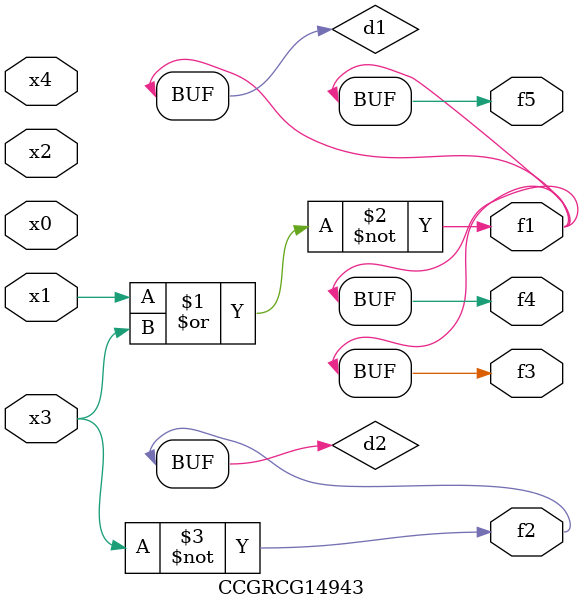
<source format=v>
module CCGRCG14943(
	input x0, x1, x2, x3, x4,
	output f1, f2, f3, f4, f5
);

	wire d1, d2;

	nor (d1, x1, x3);
	not (d2, x3);
	assign f1 = d1;
	assign f2 = d2;
	assign f3 = d1;
	assign f4 = d1;
	assign f5 = d1;
endmodule

</source>
